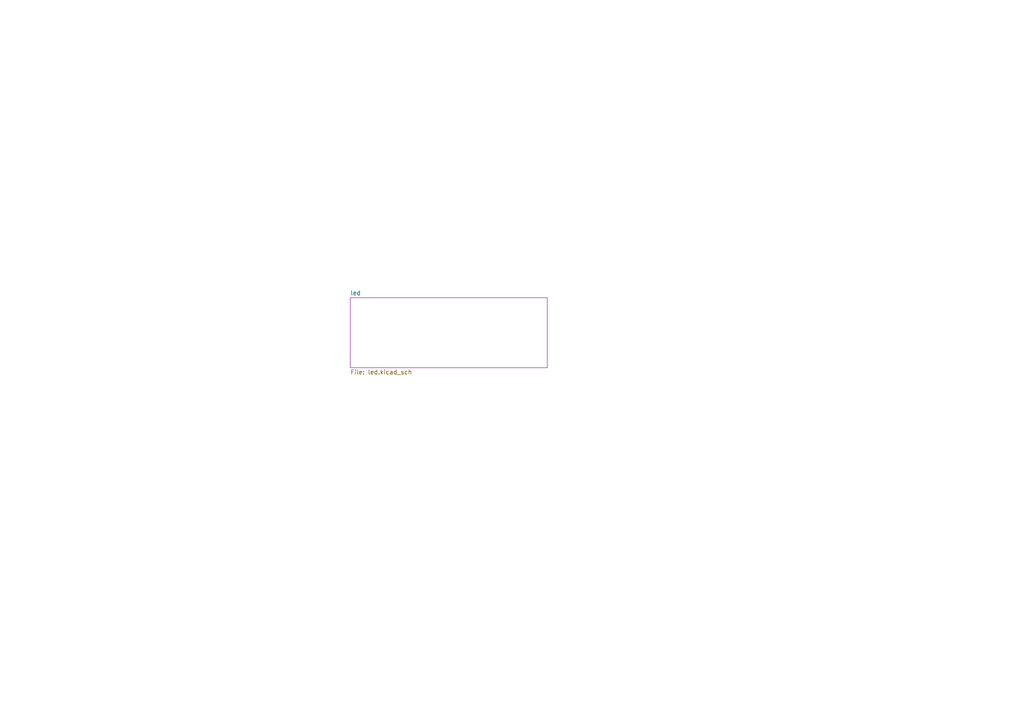
<source format=kicad_sch>
(kicad_sch (version 20201015) (generator eeschema)
  (paper "A4")
  (lib_symbols)
  (sheet (at 101.6 86.36) (size 57.15 20.32) (stroke (width 0.001) (color 132 0 132 1)) (fill (color 255 255 255 0.0000))
    (property "Sheet name" "led" (at 101.6 85.7241 0) (effects (justify left bottom)))
    (property "Sheet file" "led.kicad_sch" (at 101.6 107.1889 0) (effects (justify left top)))
  )
)
</source>
